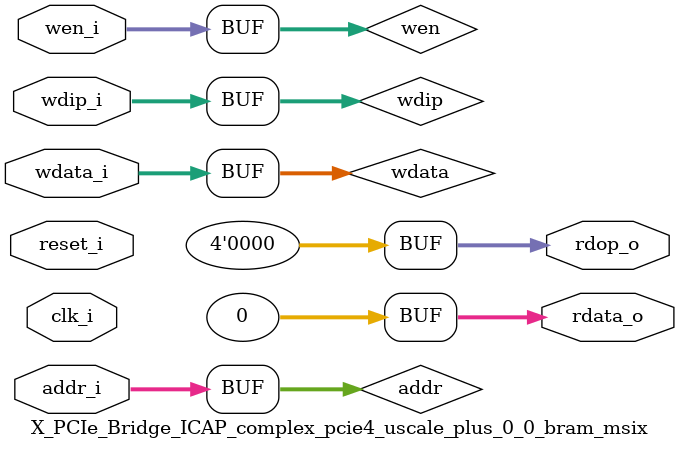
<source format=v>
`timescale 1ps/1ps

(* DowngradeIPIdentifiedWarnings = "yes" *)
module X_PCIe_Bridge_ICAP_complex_pcie4_uscale_plus_0_0_bram_msix #(

  parameter           TCQ = 100
, parameter           TO_RAM_PIPELINE="FALSE"
, parameter           FROM_RAM_PIPELINE="FALSE"
, parameter           MSIX_CAP_TABLE_SIZE=11'h0
, parameter           MSIX_TABLE_RAM_ENABLE="FALSE"

  ) (

  input  wire         clk_i,
  input  wire         reset_i,

  input  wire  [12:0] addr_i,
  input  wire  [31:0] wdata_i,
  input  wire   [3:0] wdip_i,
  input  wire   [3:0] wen_i,
  output wire  [31:0] rdata_o,
  output wire   [3:0] rdop_o

  );

  // WIP : Use Total number of functions (PFs + VFs) to calculate the NUM_BRAM_4K
  localparam integer NUM_BRAM_4K = (MSIX_TABLE_RAM_ENABLE == "TRUE") ? 8 : 0 ;
 

  reg          [12:0] addr;
  reg          [12:0] addr_p0;
  reg          [12:0] addr_p1;
  reg          [31:0] wdata;
  reg           [3:0] wdip;
  reg           [3:0] wen;
  reg          [31:0] reg_rdata;
  reg           [3:0] reg_rdop;
  wire         [31:0] rdata;
  wire          [3:0] rdop;
  genvar              i;
  wire    [(8*4)-1:0] bram_4k_wen;
  wire   [(8*32)-1:0] rdata_t;
  wire    [(8*4)-1:0] rdop_t;

  //
  // Optional input pipe stages
  //
  generate

    if (TO_RAM_PIPELINE == "TRUE") begin : TORAMPIPELINE

      always @(posedge clk_i) begin
     
        if (reset_i) begin

          addr <= #(TCQ) 13'b0;
          wdata <= #(TCQ) 32'b0;
          wdip <= #(TCQ) 4'b0;
          wen <= #(TCQ) 4'b0;

        end else begin

          addr <= #(TCQ) addr_i;
          wdata <= #(TCQ) wdata_i;
          wdip <= #(TCQ) wdip_i;
          wen <= #(TCQ) wen_i;

        end

      end

    end else begin : NOTORAMPIPELINE

      always @(*) begin

          addr = addr_i;
          wdata = wdata_i;
          wdip = wdip_i;
          wen = wen_i;

      end


    end

  endgenerate

  // 
  // Address pipeline
  //
  always @(posedge clk_i) begin
     
    if (reset_i) begin

      addr_p0 <= #(TCQ) 13'b0;
      addr_p1 <= #(TCQ) 13'b0;

    end else begin

      addr_p0 <= #(TCQ) addr;
      addr_p1 <= #(TCQ) addr_p0;

    end

  end

  //
  // Optional output pipe stages
  //
  generate

    if (FROM_RAM_PIPELINE == "TRUE") begin : FRMRAMPIPELINE


      always @(posedge clk_i) begin
     
        if (reset_i) begin

          reg_rdata <= #(TCQ) 32'b0;
          reg_rdop <= #(TCQ) 4'b0;

        end else begin

          case (addr_p1[12:10]) 
            3'b000 : begin
              reg_rdata <= #(TCQ) rdata_t[(32*(0))+31:(32*(0))+0];
              reg_rdop <= #(TCQ) rdop_t[(4*(0))+3:(4*(0))+0];
            end
            3'b001 : begin
              reg_rdata <= #(TCQ) rdata_t[(32*(1))+31:(32*(1))+0];
              reg_rdop <= #(TCQ) rdop_t[(4*(1))+3:(4*(1))+0];
            end
            3'b010 : begin
              reg_rdata <= #(TCQ) rdata_t[(32*(2))+31:(32*(2))+0];
              reg_rdop <= #(TCQ) rdop_t[(4*(2))+3:(4*(2))+0];
            end
            3'b011 : begin
              reg_rdata <= #(TCQ) rdata_t[(32*(3))+31:(32*(3))+0];
              reg_rdop <= #(TCQ) rdop_t[(4*(3))+3:(4*(3))+0];
            end
            3'b100 : begin
              reg_rdata <= #(TCQ) rdata_t[(32*(4))+31:(32*(4))+0];
              reg_rdop <= #(TCQ) rdop_t[(4*(4))+3:(4*(4))+0];
            end
            3'b101 : begin
              reg_rdata <= #(TCQ) rdata_t[(32*(5))+31:(32*(5))+0];
              reg_rdop <= #(TCQ) rdop_t[(4*(5))+3:(4*(5))+0];
            end
            3'b110 : begin
              reg_rdata <= #(TCQ) rdata_t[(32*(6))+31:(32*(6))+0];
              reg_rdop <= #(TCQ) rdop_t[(4*(6))+3:(4*(6))+0];
            end
            3'b111 : begin
              reg_rdata <= #(TCQ) rdata_t[(32*(7))+31:(32*(7))+0];
              reg_rdop <= #(TCQ) rdop_t[(4*(7))+3:(4*(7))+0];
            end
          endcase

        end

      end

    end else begin : NOFRMRAMPIPELINE

      always @(*) begin

          case (addr_p1[12:10]) 
            3'b000 : begin
              reg_rdata <= #(TCQ) rdata_t[(32*(0))+31:(32*(0))+0];
              reg_rdop <= #(TCQ) rdop_t[(4*(0))+3:(4*(0))+0];
            end
            3'b001 : begin
              reg_rdata <= #(TCQ) rdata_t[(32*(1))+31:(32*(1))+0];
              reg_rdop <= #(TCQ) rdop_t[(4*(1))+3:(4*(1))+0];
            end
            3'b010 : begin
              reg_rdata <= #(TCQ) rdata_t[(32*(2))+31:(32*(2))+0];
              reg_rdop <= #(TCQ) rdop_t[(4*(2))+3:(4*(2))+0];
            end
            3'b011 : begin
              reg_rdata <= #(TCQ) rdata_t[(32*(3))+31:(32*(3))+0];
              reg_rdop <= #(TCQ) rdop_t[(4*(3))+3:(4*(3))+0];
            end
            3'b100 : begin
              reg_rdata <= #(TCQ) rdata_t[(32*(4))+31:(32*(4))+0];
              reg_rdop <= #(TCQ) rdop_t[(4*(4))+3:(4*(4))+0];
            end
            3'b101 : begin
              reg_rdata <= #(TCQ) rdata_t[(32*(5))+31:(32*(5))+0];
              reg_rdop <= #(TCQ) rdop_t[(4*(5))+3:(4*(5))+0];
            end
            3'b110 : begin
              reg_rdata <= #(TCQ) rdata_t[(32*(6))+31:(32*(6))+0];
              reg_rdop <= #(TCQ) rdop_t[(4*(6))+3:(4*(6))+0];
            end
            3'b111 : begin
              reg_rdata <= #(TCQ) rdata_t[(32*(7))+31:(32*(7))+0];
              reg_rdop <= #(TCQ) rdop_t[(4*(7))+3:(4*(7))+0];
            end
          endcase

      end

    end
  
  endgenerate

  assign rdata_o = (MSIX_TABLE_RAM_ENABLE == "TRUE") ?  reg_rdata : 32'h0;
  assign rdop_o = (MSIX_TABLE_RAM_ENABLE == "TRUE") ? reg_rdop : 4'h0;

  generate 
  
    for (i=0; i<NUM_BRAM_4K; i=i+1) begin : BRAM4K

      X_PCIe_Bridge_ICAP_complex_pcie4_uscale_plus_0_0_bram_4k_int #(
          .TCQ(TCQ)
        )
        bram_4k_int (
    
          .clk_i (clk_i),
          .reset_i (reset_i),
    
          .addr_i(addr[9:0]),
          .wdata_i(wdata),
          .wdip_i(wdip),
          .wen_i(bram_4k_wen[(4*(i))+3:(4*(i))+0]),
          .rdata_o(rdata_t[(32*i)+31:(32*i)+0]),
          .rdop_o(rdop_t[(4*i)+3:(4*i)+0]),
          .baddr_i(10'b0),
          .brdata_o()

      );
      assign bram_4k_wen[(4*(i))+3:(4*(i))+0] = wen & {4{(i == addr[12:10])}};  
      
    end

  endgenerate

endmodule

</source>
